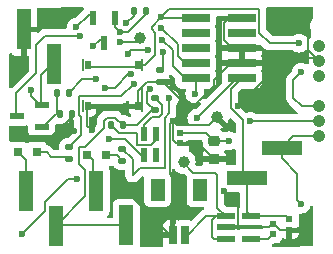
<source format=gtl>
G04 #@! TF.GenerationSoftware,KiCad,Pcbnew,8.0.4+dfsg-1*
G04 #@! TF.CreationDate,2025-01-09T13:17:03-05:00*
G04 #@! TF.ProjectId,tag,7461672e-6b69-4636-9164-5f7063625858,1*
G04 #@! TF.SameCoordinates,Original*
G04 #@! TF.FileFunction,Copper,L1,Top*
G04 #@! TF.FilePolarity,Positive*
%FSLAX46Y46*%
G04 Gerber Fmt 4.6, Leading zero omitted, Abs format (unit mm)*
G04 Created by KiCad (PCBNEW 8.0.4+dfsg-1) date 2025-01-09 13:17:03*
%MOMM*%
%LPD*%
G01*
G04 APERTURE LIST*
G04 Aperture macros list*
%AMRoundRect*
0 Rectangle with rounded corners*
0 $1 Rounding radius*
0 $2 $3 $4 $5 $6 $7 $8 $9 X,Y pos of 4 corners*
0 Add a 4 corners polygon primitive as box body*
4,1,4,$2,$3,$4,$5,$6,$7,$8,$9,$2,$3,0*
0 Add four circle primitives for the rounded corners*
1,1,$1+$1,$2,$3*
1,1,$1+$1,$4,$5*
1,1,$1+$1,$6,$7*
1,1,$1+$1,$8,$9*
0 Add four rect primitives between the rounded corners*
20,1,$1+$1,$2,$3,$4,$5,0*
20,1,$1+$1,$4,$5,$6,$7,0*
20,1,$1+$1,$6,$7,$8,$9,0*
20,1,$1+$1,$8,$9,$2,$3,0*%
G04 Aperture macros list end*
G04 #@! TA.AperFunction,SMDPad,CuDef*
%ADD10C,1.000000*%
G04 #@! TD*
G04 #@! TA.AperFunction,SMDPad,CuDef*
%ADD11R,0.600000X0.540000*%
G04 #@! TD*
G04 #@! TA.AperFunction,SMDPad,CuDef*
%ADD12RoundRect,0.135000X0.135000X0.185000X-0.135000X0.185000X-0.135000X-0.185000X0.135000X-0.185000X0*%
G04 #@! TD*
G04 #@! TA.AperFunction,SMDPad,CuDef*
%ADD13R,0.660400X1.549400*%
G04 #@! TD*
G04 #@! TA.AperFunction,SMDPad,CuDef*
%ADD14R,1.295400X1.905000*%
G04 #@! TD*
G04 #@! TA.AperFunction,SMDPad,CuDef*
%ADD15RoundRect,0.135000X-0.135000X-0.185000X0.135000X-0.185000X0.135000X0.185000X-0.135000X0.185000X0*%
G04 #@! TD*
G04 #@! TA.AperFunction,SMDPad,CuDef*
%ADD16R,2.400000X0.740000*%
G04 #@! TD*
G04 #@! TA.AperFunction,SMDPad,CuDef*
%ADD17R,1.270000X3.430000*%
G04 #@! TD*
G04 #@! TA.AperFunction,CastellatedPad*
%ADD18C,1.064000*%
G04 #@! TD*
G04 #@! TA.AperFunction,SMDPad,CuDef*
%ADD19R,0.600000X1.300000*%
G04 #@! TD*
G04 #@! TA.AperFunction,SMDPad,CuDef*
%ADD20R,3.430000X1.270000*%
G04 #@! TD*
G04 #@! TA.AperFunction,SMDPad,CuDef*
%ADD21R,0.600000X1.200000*%
G04 #@! TD*
G04 #@! TA.AperFunction,SMDPad,CuDef*
%ADD22R,0.800000X0.800000*%
G04 #@! TD*
G04 #@! TA.AperFunction,SMDPad,CuDef*
%ADD23RoundRect,0.135000X0.185000X-0.135000X0.185000X0.135000X-0.185000X0.135000X-0.185000X-0.135000X0*%
G04 #@! TD*
G04 #@! TA.AperFunction,SMDPad,CuDef*
%ADD24RoundRect,0.135000X-0.185000X0.135000X-0.185000X-0.135000X0.185000X-0.135000X0.185000X0.135000X0*%
G04 #@! TD*
G04 #@! TA.AperFunction,SMDPad,CuDef*
%ADD25R,0.200000X1.100000*%
G04 #@! TD*
G04 #@! TA.AperFunction,SMDPad,CuDef*
%ADD26R,0.500000X0.700000*%
G04 #@! TD*
G04 #@! TA.AperFunction,SMDPad,CuDef*
%ADD27RoundRect,0.225000X-0.250000X0.225000X-0.250000X-0.225000X0.250000X-0.225000X0.250000X0.225000X0*%
G04 #@! TD*
G04 #@! TA.AperFunction,SMDPad,CuDef*
%ADD28R,1.300000X0.600000*%
G04 #@! TD*
G04 #@! TA.AperFunction,SMDPad,CuDef*
%ADD29R,1.574800X0.558800*%
G04 #@! TD*
G04 #@! TA.AperFunction,ViaPad*
%ADD30C,0.600000*%
G04 #@! TD*
G04 #@! TA.AperFunction,Conductor*
%ADD31C,0.200000*%
G04 #@! TD*
G04 APERTURE END LIST*
D10*
X75210000Y-36020000D03*
D11*
X72060000Y-37378000D03*
X72060000Y-38242000D03*
D12*
X62630000Y-34000000D03*
X61610000Y-34000000D03*
D13*
X72460000Y-46045001D03*
X71460002Y-46045001D03*
D14*
X70160002Y-42170000D03*
X73760000Y-42170000D03*
D15*
X61860000Y-35780000D03*
X62880000Y-35780000D03*
D16*
X77280000Y-32740000D03*
X73380000Y-32740000D03*
X77280000Y-31470000D03*
X73380000Y-31470000D03*
X77280000Y-30200000D03*
X73380000Y-30200000D03*
X77280000Y-28930000D03*
X73380000Y-28930000D03*
X77280000Y-27660000D03*
X73380000Y-27660000D03*
D17*
X64960000Y-42270000D03*
X67500000Y-45190000D03*
D18*
X83840000Y-37670000D03*
X83840000Y-36400000D03*
X83840000Y-35130000D03*
X83840000Y-32590000D03*
X83840000Y-31320000D03*
X83840000Y-30050000D03*
D19*
X66600000Y-27660000D03*
X64700000Y-27660000D03*
X65650000Y-29760000D03*
D11*
X81310000Y-45552000D03*
X81310000Y-44688000D03*
D20*
X77750000Y-41210000D03*
X80670000Y-38670000D03*
D21*
X69995000Y-39260000D03*
X69995000Y-37460000D03*
X69045000Y-37460000D03*
X69045000Y-39260000D03*
D22*
X65780000Y-39260000D03*
X64180000Y-39260000D03*
D15*
X68170000Y-27080000D03*
X69190000Y-27080000D03*
D23*
X62650000Y-39600000D03*
X62650000Y-38580000D03*
D24*
X70380000Y-32040000D03*
X70380000Y-33060000D03*
D22*
X59920000Y-39000000D03*
X58320000Y-39000000D03*
D25*
X63890000Y-31630000D03*
D26*
X64240000Y-31630000D03*
X68490000Y-31630000D03*
D25*
X68840000Y-31630000D03*
X63890000Y-35130000D03*
D26*
X64240000Y-35130000D03*
X68490000Y-35130000D03*
D25*
X68840000Y-35130000D03*
D10*
X68680000Y-29310000D03*
X72380000Y-39820000D03*
D12*
X67200000Y-36710000D03*
X66180000Y-36710000D03*
D23*
X69920000Y-35430000D03*
X69920000Y-34410000D03*
D17*
X58840000Y-28610000D03*
X61380000Y-31530000D03*
X61530000Y-45210000D03*
X58990000Y-42290000D03*
D27*
X74950000Y-38045000D03*
X74950000Y-39595000D03*
D28*
X60360000Y-36900000D03*
X60360000Y-35000000D03*
X58260000Y-35950000D03*
D23*
X67150000Y-39710000D03*
X67150000Y-38690000D03*
D29*
X75915600Y-44410000D03*
X75915600Y-45360001D03*
X75915600Y-46310002D03*
X78100000Y-46310002D03*
X78100000Y-44410000D03*
D11*
X79900000Y-45940000D03*
X79900000Y-45076000D03*
D30*
X82720000Y-27170000D03*
X64580000Y-37140000D03*
X63100000Y-37170000D03*
X57920000Y-37370000D03*
X67330000Y-41450000D03*
X77010000Y-35050000D03*
X58840000Y-28470000D03*
X71440000Y-36370000D03*
X75814440Y-42293726D03*
X70480000Y-28460000D03*
X78010000Y-36380000D03*
X70570000Y-29460000D03*
X73320000Y-34040000D03*
X70460000Y-27590000D03*
X82320000Y-32230000D03*
X82150000Y-29770000D03*
X64910000Y-32840000D03*
X65750000Y-33560000D03*
X67530000Y-28100000D03*
X67878527Y-32390000D03*
X67650000Y-30650000D03*
X68140000Y-33230000D03*
X69370000Y-30370000D03*
X71150000Y-34440000D03*
X73500000Y-36110000D03*
X66990000Y-29660000D03*
X69490000Y-33660000D03*
X63620000Y-29150000D03*
X66080000Y-37860000D03*
X64710000Y-30040000D03*
X69995000Y-39260000D03*
X63268357Y-28431425D03*
X58680000Y-45900000D03*
X59420000Y-33770000D03*
X63330000Y-41240000D03*
X66990000Y-28830000D03*
X70650000Y-30550000D03*
X82300000Y-43390000D03*
X76200000Y-38045000D03*
D31*
X68475000Y-35290000D02*
X64225000Y-35290000D01*
X75780000Y-28090000D02*
X76210000Y-27660000D01*
X82880000Y-30360000D02*
X83840000Y-31320000D01*
X71460001Y-46236401D02*
X71460001Y-45261701D01*
X83210000Y-27240000D02*
X83210000Y-27635913D01*
X57920000Y-37370000D02*
X58180000Y-37630000D01*
X79615999Y-45360001D02*
X79900000Y-45076000D01*
X77280000Y-31470000D02*
X77280000Y-30200000D01*
X71460001Y-41120001D02*
X71200000Y-40860000D01*
X72320000Y-34780000D02*
X72320000Y-34761471D01*
X68490000Y-33811471D02*
X68490000Y-35130000D01*
X68840000Y-35130000D02*
X68490000Y-35130000D01*
X72060000Y-38242000D02*
X73597000Y-38242000D01*
X75814440Y-42293726D02*
X77003000Y-43482286D01*
X71440000Y-36370000D02*
X71920000Y-36370000D01*
X82880000Y-27965913D02*
X82880000Y-30360000D01*
X70618529Y-33060000D02*
X69241471Y-33060000D01*
X72320000Y-35490000D02*
X71440000Y-36370000D01*
X75915600Y-45360001D02*
X76903000Y-45360001D01*
X77003000Y-45260001D02*
X76903000Y-45360001D01*
X75210000Y-36020000D02*
X74520000Y-36710000D01*
X71780000Y-36710000D02*
X71440000Y-36370000D01*
X74920000Y-32930000D02*
X76380000Y-31470000D01*
X75915600Y-45360001D02*
X79615999Y-45360001D01*
X71920000Y-36370000D02*
X74920000Y-33370000D01*
X76210000Y-27660000D02*
X77280000Y-27660000D01*
X77003000Y-43482286D02*
X77003000Y-45260001D01*
X58980000Y-28330000D02*
X58840000Y-28470000D01*
X76380000Y-31470000D02*
X77280000Y-31470000D01*
X69241471Y-33060000D02*
X68490000Y-33811471D01*
X77280000Y-30200000D02*
X76450000Y-30200000D01*
X80056000Y-45076000D02*
X80532000Y-45552000D01*
X73597000Y-38242000D02*
X74950000Y-39595000D01*
X83840000Y-31320000D02*
X83580000Y-31060000D01*
X67330000Y-41450000D02*
X67330000Y-42106400D01*
X80532000Y-45552000D02*
X81310000Y-45552000D01*
X71200000Y-40860000D02*
X71200000Y-36610000D01*
X72060000Y-38242000D02*
X71754000Y-38242000D01*
X74520000Y-36710000D02*
X71780000Y-36710000D01*
X71754000Y-38242000D02*
X71440000Y-37928000D01*
X82720000Y-27170000D02*
X83140000Y-27170000D01*
X67330000Y-42106400D02*
X71460001Y-46236401D01*
X83580000Y-31060000D02*
X81000000Y-31060000D01*
X71200000Y-36610000D02*
X71440000Y-36370000D01*
X71440000Y-37928000D02*
X71440000Y-36370000D01*
X72320000Y-34761471D02*
X70618529Y-33060000D01*
X68840000Y-35130000D02*
X68840000Y-33461471D01*
X62880000Y-35980000D02*
X62880000Y-36950000D01*
X74920000Y-33370000D02*
X74920000Y-32930000D01*
X61230000Y-37630000D02*
X62880000Y-35980000D01*
X68840000Y-33461471D02*
X69241471Y-33060000D01*
X64225000Y-35290000D02*
X64225000Y-36785000D01*
X83140000Y-27170000D02*
X83210000Y-27240000D01*
X79900000Y-45076000D02*
X80056000Y-45076000D01*
X64225000Y-36785000D02*
X64580000Y-37140000D01*
X76450000Y-30200000D02*
X75780000Y-29530000D01*
X83210000Y-27635913D02*
X82880000Y-27965913D01*
X71460001Y-46236401D02*
X71460001Y-41120001D01*
X72320000Y-34780000D02*
X72320000Y-35490000D01*
X81000000Y-31060000D02*
X77010000Y-35050000D01*
X62880000Y-36950000D02*
X63100000Y-37170000D01*
X70380000Y-33060000D02*
X69241471Y-33060000D01*
X75780000Y-29530000D02*
X75780000Y-28090000D01*
X58180000Y-37630000D02*
X61230000Y-37630000D01*
X71880000Y-30870000D02*
X72480000Y-31470000D01*
X71880000Y-29860000D02*
X71880000Y-30870000D01*
X72480000Y-31470000D02*
X73380000Y-31470000D01*
X70480000Y-28460000D02*
X71880000Y-29860000D01*
X70570000Y-29460000D02*
X71480000Y-30370000D01*
X72480000Y-32740000D02*
X73380000Y-32740000D01*
X71480000Y-31740000D02*
X72480000Y-32740000D01*
X78010000Y-36380000D02*
X78030000Y-36400000D01*
X71480000Y-30370000D02*
X71480000Y-31740000D01*
X73320000Y-34040000D02*
X73380000Y-33980000D01*
X73380000Y-33980000D02*
X73380000Y-32740000D01*
X78030000Y-36400000D02*
X83840000Y-36400000D01*
X71160000Y-26890000D02*
X78680000Y-26890000D01*
X69690000Y-28610000D02*
X69970000Y-28890000D01*
X69085000Y-31630000D02*
X68490000Y-31630000D01*
X81669439Y-34409439D02*
X82390000Y-35130000D01*
X64225000Y-31790000D02*
X68825000Y-31790000D01*
X78780000Y-28900000D02*
X79650000Y-29770000D01*
X69970000Y-28890000D02*
X69970000Y-30745000D01*
X69690000Y-28360000D02*
X69690000Y-28610000D01*
X81669439Y-32880561D02*
X81669439Y-34409439D01*
X70460000Y-27590000D02*
X69690000Y-28360000D01*
X70460000Y-27590000D02*
X70530000Y-27660000D01*
X79650000Y-29770000D02*
X82150000Y-29770000D01*
X82320000Y-32230000D02*
X81669439Y-32880561D01*
X69970000Y-30745000D02*
X69085000Y-31630000D01*
X78780000Y-26990000D02*
X78780000Y-28900000D01*
X70460000Y-27590000D02*
X71160000Y-26890000D01*
X70530000Y-27660000D02*
X73380000Y-27660000D01*
X82390000Y-35130000D02*
X83840000Y-35130000D01*
X78680000Y-26890000D02*
X78780000Y-26990000D01*
X62630000Y-34000000D02*
X63790000Y-32840000D01*
X63790000Y-32840000D02*
X64910000Y-32840000D01*
X67878527Y-32390000D02*
X67808527Y-32320000D01*
X68170000Y-27460000D02*
X67530000Y-28100000D01*
X67760000Y-32320000D02*
X66520000Y-33560000D01*
X66520000Y-33560000D02*
X65750000Y-33560000D01*
X68170000Y-27080000D02*
X68170000Y-27460000D01*
X67808527Y-32320000D02*
X67760000Y-32320000D01*
X63490000Y-34280000D02*
X67090000Y-34280000D01*
X63490000Y-35820000D02*
X63490000Y-34280000D01*
X69370000Y-30370000D02*
X67930000Y-30370000D01*
X63720000Y-37510000D02*
X63720000Y-36050000D01*
X63720000Y-36050000D02*
X63490000Y-35820000D01*
X67930000Y-30370000D02*
X67650000Y-30650000D01*
X62650000Y-38580000D02*
X63720000Y-37510000D01*
X67090000Y-34280000D02*
X68140000Y-33230000D01*
X70800000Y-40350000D02*
X68650000Y-40350000D01*
X68040000Y-39580000D02*
X67150000Y-38690000D01*
X68040000Y-40960000D02*
X68040000Y-39580000D01*
X71150000Y-35723536D02*
X70800000Y-36073536D01*
X71150000Y-34440000D02*
X71150000Y-35723536D01*
X68650000Y-40350000D02*
X68040000Y-40960000D01*
X70800000Y-36073536D02*
X70800000Y-40350000D01*
X69709314Y-35430000D02*
X69920000Y-35430000D01*
X68330000Y-29660000D02*
X68680000Y-29310000D01*
X76870000Y-32740000D02*
X73500000Y-36110000D01*
X68429314Y-36710000D02*
X69709314Y-35430000D01*
X64025000Y-42715000D02*
X64025000Y-40505000D01*
X65610000Y-36341076D02*
X65861076Y-36090000D01*
X65610000Y-36958529D02*
X65610000Y-36341076D01*
X77750000Y-44060000D02*
X78100000Y-44410000D01*
X69300000Y-33850000D02*
X69300000Y-34810000D01*
X78100000Y-44410000D02*
X81032000Y-44410000D01*
X77750000Y-41210000D02*
X77750000Y-44060000D01*
X67500000Y-45190000D02*
X61550000Y-45190000D01*
X66990000Y-29660000D02*
X68330000Y-29660000D01*
X65861076Y-36090000D02*
X66580000Y-36090000D01*
X77280000Y-32740000D02*
X76410000Y-33610000D01*
X76410000Y-35298529D02*
X77400000Y-36288529D01*
X64025000Y-40505000D02*
X63480000Y-39960000D01*
X77280000Y-32740000D02*
X76870000Y-32740000D01*
X61550000Y-45190000D02*
X61530000Y-45210000D01*
X69300000Y-34810000D02*
X69920000Y-35430000D01*
X81032000Y-44410000D02*
X81310000Y-44688000D01*
X63480000Y-38560000D02*
X64008529Y-38560000D01*
X69490000Y-33660000D02*
X69300000Y-33850000D01*
X66580000Y-36090000D02*
X67200000Y-36710000D01*
X67200000Y-36710000D02*
X68429314Y-36710000D01*
X77400000Y-36288529D02*
X77400000Y-40860000D01*
X77400000Y-40860000D02*
X77750000Y-41210000D01*
X64008529Y-38560000D02*
X65610000Y-36958529D01*
X76410000Y-33610000D02*
X76410000Y-35298529D01*
X63480000Y-39960000D02*
X63480000Y-38560000D01*
X61530000Y-45210000D02*
X64025000Y-42715000D01*
X78100000Y-46310002D02*
X79529998Y-46310002D01*
X79529998Y-46310002D02*
X79900000Y-45940000D01*
X69995000Y-38010000D02*
X69645000Y-38360000D01*
X69645000Y-38360000D02*
X68445000Y-38360000D01*
X68445000Y-37400000D02*
X66870000Y-37400000D01*
X66870000Y-37400000D02*
X66180000Y-36710000D01*
X68445000Y-38360000D02*
X68445000Y-37400000D01*
X69995000Y-37460000D02*
X69995000Y-38010000D01*
X60670000Y-29150000D02*
X63620000Y-29150000D01*
X59880000Y-29940000D02*
X60670000Y-29150000D01*
X58180000Y-36080000D02*
X58180000Y-34024315D01*
X59880000Y-32324315D02*
X59880000Y-29940000D01*
X58180000Y-34024315D02*
X59880000Y-32324315D01*
X66080000Y-37860000D02*
X67379315Y-37860000D01*
X67379315Y-37860000D02*
X68779315Y-39260000D01*
X68779315Y-39260000D02*
X69045000Y-39260000D01*
X69045000Y-37460000D02*
X69045000Y-36660000D01*
X70540000Y-35767851D02*
X70540000Y-35030000D01*
X70540000Y-35030000D02*
X69920000Y-34410000D01*
X70307851Y-36000000D02*
X70540000Y-35767851D01*
X69045000Y-36660000D02*
X69705000Y-36000000D01*
X69705000Y-36000000D02*
X70307851Y-36000000D01*
X64710000Y-30040000D02*
X65280000Y-29470000D01*
X65280000Y-29470000D02*
X65580000Y-29470000D01*
X64960000Y-42270000D02*
X64660000Y-41970000D01*
X64660000Y-41970000D02*
X64660000Y-39650000D01*
X64180000Y-39260000D02*
X64270000Y-39260000D01*
X64270000Y-39260000D02*
X64660000Y-39650000D01*
X65780000Y-39260000D02*
X66700000Y-39260000D01*
X66700000Y-39260000D02*
X67150000Y-39710000D01*
X58320000Y-39000000D02*
X58990000Y-39670000D01*
X58990000Y-39670000D02*
X58990000Y-42290000D01*
X61180000Y-39410000D02*
X62460000Y-39410000D01*
X59920000Y-39000000D02*
X60770000Y-39000000D01*
X60770000Y-39000000D02*
X61180000Y-39410000D01*
X72459999Y-46236401D02*
X74286400Y-44410000D01*
X75915600Y-46310002D02*
X74928200Y-46310002D01*
X75214440Y-43708840D02*
X75915600Y-44410000D01*
X72410000Y-39950000D02*
X73190000Y-40730000D01*
X75214440Y-42045197D02*
X75214440Y-43708840D01*
X74760000Y-44740000D02*
X75090000Y-44410000D01*
X74286400Y-44410000D02*
X75915600Y-44410000D01*
X75230000Y-42029637D02*
X75214440Y-42045197D01*
X74928200Y-46310002D02*
X74760000Y-46141802D01*
X73190000Y-40730000D02*
X75030000Y-40730000D01*
X75230000Y-40930000D02*
X75230000Y-42029637D01*
X74760000Y-46141802D02*
X74760000Y-44740000D01*
X75030000Y-40730000D02*
X75230000Y-40930000D01*
X75090000Y-44410000D02*
X75915600Y-44410000D01*
X64329782Y-27370000D02*
X64630000Y-27370000D01*
X59420000Y-33770000D02*
X59420000Y-34270000D01*
X60595000Y-43985000D02*
X58680000Y-45900000D01*
X63268357Y-28431425D02*
X64329782Y-27370000D01*
X60595000Y-43195000D02*
X60595000Y-43985000D01*
X62550000Y-41240000D02*
X60595000Y-43195000D01*
X61380000Y-31390000D02*
X60280000Y-32490000D01*
X60280000Y-32490000D02*
X60280000Y-35130000D01*
X63330000Y-41240000D02*
X62550000Y-41240000D01*
X59420000Y-34270000D02*
X60280000Y-35130000D01*
X66990000Y-28830000D02*
X67660000Y-28830000D01*
X66530000Y-28370000D02*
X66990000Y-28830000D01*
X70650000Y-31770000D02*
X70380000Y-32040000D01*
X70650000Y-30550000D02*
X70650000Y-31770000D01*
X66530000Y-27370000D02*
X66530000Y-28370000D01*
X69190000Y-27300000D02*
X69190000Y-27080000D01*
X67660000Y-28830000D02*
X69190000Y-27300000D01*
X61660000Y-35780000D02*
X61530000Y-35780000D01*
X61610000Y-35730000D02*
X61660000Y-35780000D01*
X61530000Y-35780000D02*
X60280000Y-37030000D01*
X61610000Y-34000000D02*
X61610000Y-35730000D01*
X74283000Y-37378000D02*
X74950000Y-38045000D01*
X82300000Y-43390000D02*
X81975007Y-43065007D01*
X74950000Y-38045000D02*
X76200000Y-38045000D01*
X81975007Y-40810007D02*
X80670000Y-39505000D01*
X80670000Y-39505000D02*
X80670000Y-38670000D01*
X81975007Y-43065007D02*
X81975007Y-40810007D01*
X72060000Y-37378000D02*
X74283000Y-37378000D01*
X83840000Y-37670000D02*
X81670000Y-37670000D01*
X81670000Y-37670000D02*
X80670000Y-38670000D01*
G04 #@! TA.AperFunction,Conductor*
G36*
X66421204Y-40181575D02*
G01*
X66440259Y-40206139D01*
X66458860Y-40237592D01*
X66458869Y-40237603D01*
X66572396Y-40351130D01*
X66572400Y-40351133D01*
X66572402Y-40351135D01*
X66710607Y-40432869D01*
X66745433Y-40442987D01*
X66864791Y-40477664D01*
X66864794Y-40477664D01*
X66864796Y-40477665D01*
X66900819Y-40480500D01*
X67315500Y-40480499D01*
X67382539Y-40500183D01*
X67428294Y-40552987D01*
X67439500Y-40604499D01*
X67439500Y-40873330D01*
X67439499Y-40873348D01*
X67439499Y-41039054D01*
X67439498Y-41039054D01*
X67439499Y-41039057D01*
X67480423Y-41191785D01*
X67508260Y-41240000D01*
X67508260Y-41240001D01*
X67559475Y-41328709D01*
X67559478Y-41328713D01*
X67559480Y-41328716D01*
X67671284Y-41440520D01*
X67749400Y-41485620D01*
X67808215Y-41519577D01*
X67960943Y-41560501D01*
X67960946Y-41560501D01*
X68119054Y-41560501D01*
X68119057Y-41560501D01*
X68271785Y-41519577D01*
X68330600Y-41485620D01*
X68408716Y-41440520D01*
X68520520Y-41328716D01*
X68520520Y-41328714D01*
X68530724Y-41318511D01*
X68530727Y-41318506D01*
X68803278Y-41045955D01*
X68864598Y-41012473D01*
X68934290Y-41017457D01*
X68990223Y-41059329D01*
X69014640Y-41124793D01*
X69014246Y-41146890D01*
X69011802Y-41169624D01*
X69011802Y-43170370D01*
X69011803Y-43170376D01*
X69018210Y-43229983D01*
X69068504Y-43364828D01*
X69068508Y-43364835D01*
X69154754Y-43480044D01*
X69154757Y-43480047D01*
X69269966Y-43566293D01*
X69269973Y-43566297D01*
X69404819Y-43616591D01*
X69404818Y-43616591D01*
X69411746Y-43617335D01*
X69464429Y-43623000D01*
X70855574Y-43622999D01*
X70915185Y-43616591D01*
X71050033Y-43566296D01*
X71165248Y-43480046D01*
X71251498Y-43364831D01*
X71301793Y-43229983D01*
X71308202Y-43170373D01*
X71308201Y-41169628D01*
X71301793Y-41110017D01*
X71301770Y-41109956D01*
X71251499Y-40975171D01*
X71251498Y-40975169D01*
X71218522Y-40931119D01*
X71194105Y-40865655D01*
X71208956Y-40797382D01*
X71230106Y-40769129D01*
X71280520Y-40718716D01*
X71359577Y-40581784D01*
X71383567Y-40492251D01*
X71419929Y-40432594D01*
X71482776Y-40402064D01*
X71552151Y-40410358D01*
X71599193Y-40445682D01*
X71669116Y-40530883D01*
X71821460Y-40655909D01*
X71821467Y-40655913D01*
X71995266Y-40748811D01*
X71995269Y-40748811D01*
X71995273Y-40748814D01*
X72183868Y-40806024D01*
X72380000Y-40825341D01*
X72380000Y-40825340D01*
X72380001Y-40825341D01*
X72384744Y-40825341D01*
X72451783Y-40845026D01*
X72472419Y-40861655D01*
X72589724Y-40978960D01*
X72623208Y-41040282D01*
X72618785Y-41102179D01*
X72619993Y-41102465D01*
X72618232Y-41109914D01*
X72618230Y-41109956D01*
X72618211Y-41110006D01*
X72618208Y-41110016D01*
X72611801Y-41169616D01*
X72611801Y-41169624D01*
X72611800Y-41169635D01*
X72611800Y-43170370D01*
X72611801Y-43170376D01*
X72618208Y-43229983D01*
X72668502Y-43364828D01*
X72668506Y-43364835D01*
X72754752Y-43480044D01*
X72754755Y-43480047D01*
X72869964Y-43566293D01*
X72869971Y-43566297D01*
X73004817Y-43616591D01*
X73004816Y-43616591D01*
X73011744Y-43617335D01*
X73064427Y-43623000D01*
X73985750Y-43622999D01*
X74052788Y-43642683D01*
X74098543Y-43695487D01*
X74108487Y-43764646D01*
X74079462Y-43828202D01*
X74047751Y-43854385D01*
X74015899Y-43872776D01*
X74004495Y-43879360D01*
X73982148Y-43892262D01*
X73917685Y-43929479D01*
X73917682Y-43929481D01*
X73805878Y-44041286D01*
X73080233Y-44766930D01*
X73018910Y-44800415D01*
X72949220Y-44795431D01*
X72897688Y-44776211D01*
X72897684Y-44776210D01*
X72897683Y-44776210D01*
X72838073Y-44769801D01*
X72838063Y-44769801D01*
X72081929Y-44769801D01*
X72081923Y-44769802D01*
X72022315Y-44776210D01*
X72022314Y-44776210D01*
X72002615Y-44783557D01*
X71932923Y-44788539D01*
X71915955Y-44783557D01*
X71897575Y-44776702D01*
X71897577Y-44776702D01*
X71838046Y-44770301D01*
X71710002Y-44770301D01*
X71710002Y-44954641D01*
X71690317Y-45021680D01*
X71686202Y-45027606D01*
X71686002Y-45027973D01*
X71635708Y-45162818D01*
X71630321Y-45212929D01*
X71629300Y-45222428D01*
X71629300Y-45992333D01*
X71629301Y-46171001D01*
X71609617Y-46238040D01*
X71556813Y-46283795D01*
X71505301Y-46295001D01*
X70629802Y-46295001D01*
X70629802Y-46867542D01*
X70630040Y-46869750D01*
X70629948Y-46870258D01*
X70629980Y-46870854D01*
X70629839Y-46870861D01*
X70617631Y-46938509D01*
X70570019Y-46989645D01*
X70506750Y-47007000D01*
X68759500Y-47007000D01*
X68692461Y-46987315D01*
X68646706Y-46934511D01*
X68635500Y-46883000D01*
X68635500Y-45222456D01*
X70629802Y-45222456D01*
X70629802Y-45795001D01*
X71210002Y-45795001D01*
X71210002Y-44770301D01*
X71081957Y-44770301D01*
X71022429Y-44776702D01*
X71022422Y-44776704D01*
X70887715Y-44826946D01*
X70887708Y-44826950D01*
X70772614Y-44913110D01*
X70772611Y-44913113D01*
X70686451Y-45028207D01*
X70686447Y-45028214D01*
X70636205Y-45162921D01*
X70636203Y-45162928D01*
X70629802Y-45222456D01*
X68635500Y-45222456D01*
X68635499Y-43427129D01*
X68635498Y-43427123D01*
X68635497Y-43427116D01*
X68629091Y-43367517D01*
X68628089Y-43364831D01*
X68578797Y-43232671D01*
X68578793Y-43232664D01*
X68492547Y-43117455D01*
X68492544Y-43117452D01*
X68377335Y-43031206D01*
X68377328Y-43031202D01*
X68242482Y-42980908D01*
X68242483Y-42980908D01*
X68182883Y-42974501D01*
X68182881Y-42974500D01*
X68182873Y-42974500D01*
X68182864Y-42974500D01*
X66817129Y-42974500D01*
X66817123Y-42974501D01*
X66757516Y-42980908D01*
X66622671Y-43031202D01*
X66622664Y-43031206D01*
X66507455Y-43117452D01*
X66507452Y-43117455D01*
X66421206Y-43232664D01*
X66421202Y-43232671D01*
X66370908Y-43367517D01*
X66365072Y-43421807D01*
X66364501Y-43427123D01*
X66364500Y-43427135D01*
X66364500Y-44465500D01*
X66344815Y-44532539D01*
X66292011Y-44578294D01*
X66240500Y-44589500D01*
X65995215Y-44589500D01*
X65928176Y-44569815D01*
X65882421Y-44517011D01*
X65872477Y-44447853D01*
X65901502Y-44384297D01*
X65920903Y-44366234D01*
X65925832Y-44362544D01*
X65952546Y-44342546D01*
X66038796Y-44227331D01*
X66089091Y-44092483D01*
X66095500Y-44032873D01*
X66095499Y-40507128D01*
X66089091Y-40447517D01*
X66088407Y-40445682D01*
X66044452Y-40327832D01*
X66039468Y-40258140D01*
X66072953Y-40196817D01*
X66134277Y-40163333D01*
X66160634Y-40160499D01*
X66227871Y-40160499D01*
X66227872Y-40160499D01*
X66287483Y-40154091D01*
X66290188Y-40153081D01*
X66292436Y-40152921D01*
X66295031Y-40152308D01*
X66295130Y-40152728D01*
X66359879Y-40148093D01*
X66421204Y-40181575D01*
G37*
G04 #@! TD.AperFunction*
G04 #@! TA.AperFunction,Conductor*
G36*
X83252185Y-43521389D02*
G01*
X83302588Y-43569776D01*
X83318830Y-43625092D01*
X83327923Y-43803309D01*
X83328084Y-43809664D01*
X83327189Y-46859316D01*
X83307485Y-46926350D01*
X83254667Y-46972089D01*
X83204611Y-46983272D01*
X81136294Y-47006992D01*
X81134872Y-47007000D01*
X79981599Y-47007000D01*
X79914560Y-46987315D01*
X79868805Y-46934511D01*
X79858861Y-46865353D01*
X79887886Y-46801797D01*
X79893917Y-46795320D01*
X79942417Y-46746819D01*
X80003740Y-46713333D01*
X80030099Y-46710499D01*
X80247871Y-46710499D01*
X80247872Y-46710499D01*
X80307483Y-46704091D01*
X80442331Y-46653796D01*
X80557546Y-46567546D01*
X80643796Y-46452331D01*
X80676842Y-46363729D01*
X80718713Y-46307797D01*
X80784177Y-46283379D01*
X80836359Y-46290882D01*
X80902619Y-46315596D01*
X80902627Y-46315598D01*
X80962155Y-46321999D01*
X80962172Y-46322000D01*
X81060000Y-46322000D01*
X81560000Y-46322000D01*
X81657828Y-46322000D01*
X81657844Y-46321999D01*
X81717372Y-46315598D01*
X81717379Y-46315596D01*
X81852086Y-46265354D01*
X81852093Y-46265350D01*
X81967187Y-46179190D01*
X81967190Y-46179187D01*
X82053350Y-46064093D01*
X82053354Y-46064086D01*
X82103596Y-45929379D01*
X82103598Y-45929372D01*
X82109999Y-45869844D01*
X82110000Y-45869827D01*
X82110000Y-45802000D01*
X81560000Y-45802000D01*
X81560000Y-46322000D01*
X81060000Y-46322000D01*
X81060000Y-45582499D01*
X81079685Y-45515460D01*
X81132489Y-45469705D01*
X81183996Y-45458499D01*
X81657872Y-45458499D01*
X81717483Y-45452091D01*
X81852331Y-45401796D01*
X81952601Y-45326733D01*
X82018065Y-45302316D01*
X82026912Y-45302000D01*
X82110000Y-45302000D01*
X82110000Y-45234172D01*
X82109999Y-45234155D01*
X82103598Y-45174627D01*
X82099654Y-45164053D01*
X82094667Y-45094361D01*
X82099651Y-45077385D01*
X82104091Y-45065483D01*
X82110500Y-45005873D01*
X82110499Y-44370128D01*
X82105713Y-44325605D01*
X82118118Y-44256846D01*
X82165728Y-44205708D01*
X82233427Y-44188429D01*
X82242886Y-44189130D01*
X82299997Y-44195565D01*
X82300000Y-44195565D01*
X82300004Y-44195565D01*
X82479249Y-44175369D01*
X82479252Y-44175368D01*
X82479255Y-44175368D01*
X82649522Y-44115789D01*
X82802262Y-44019816D01*
X82929816Y-43892262D01*
X83025789Y-43739522D01*
X83077949Y-43590456D01*
X83118671Y-43533681D01*
X83183623Y-43507933D01*
X83252185Y-43521389D01*
G37*
G04 #@! TD.AperFunction*
G04 #@! TA.AperFunction,Conductor*
G36*
X77067231Y-45131537D02*
G01*
X77070271Y-45133197D01*
X77205117Y-45183491D01*
X77205116Y-45183491D01*
X77212044Y-45184235D01*
X77264727Y-45189900D01*
X78935272Y-45189899D01*
X78935274Y-45189898D01*
X78935287Y-45189898D01*
X78962744Y-45186946D01*
X79031504Y-45199351D01*
X79082641Y-45246961D01*
X79100000Y-45310235D01*
X79100000Y-45393836D01*
X79100300Y-45396623D01*
X79087892Y-45465383D01*
X79040280Y-45516519D01*
X78972581Y-45533796D01*
X78963775Y-45533166D01*
X78935273Y-45530102D01*
X78935264Y-45530102D01*
X77264729Y-45530102D01*
X77264723Y-45530103D01*
X77205116Y-45536510D01*
X77070264Y-45586807D01*
X77067223Y-45588468D01*
X77063837Y-45589204D01*
X77061959Y-45589905D01*
X77061858Y-45589634D01*
X76998950Y-45603318D01*
X76948377Y-45588468D01*
X76945335Y-45586807D01*
X76810482Y-45536510D01*
X76810483Y-45536510D01*
X76750883Y-45530103D01*
X76750881Y-45530102D01*
X76750873Y-45530102D01*
X76750865Y-45530102D01*
X75789600Y-45530102D01*
X75722561Y-45510417D01*
X75676806Y-45457613D01*
X75665600Y-45406102D01*
X75665600Y-45313899D01*
X75685285Y-45246860D01*
X75738089Y-45201105D01*
X75789600Y-45189899D01*
X76750871Y-45189899D01*
X76750872Y-45189899D01*
X76810483Y-45183491D01*
X76945331Y-45133196D01*
X76945334Y-45133193D01*
X76948369Y-45131537D01*
X76951755Y-45130800D01*
X76953641Y-45130097D01*
X76953742Y-45130367D01*
X77016641Y-45116683D01*
X77067231Y-45131537D01*
G37*
G04 #@! TD.AperFunction*
G04 #@! TA.AperFunction,Conductor*
G36*
X75987127Y-42345500D02*
G01*
X77025500Y-42345499D01*
X77092539Y-42365183D01*
X77138294Y-42417987D01*
X77149500Y-42469499D01*
X77149500Y-43571158D01*
X77129815Y-43638197D01*
X77077011Y-43683952D01*
X77070712Y-43686561D01*
X77067216Y-43688470D01*
X77063827Y-43689206D01*
X77061961Y-43689903D01*
X77061860Y-43689634D01*
X76998941Y-43703315D01*
X76948377Y-43688466D01*
X76945335Y-43686805D01*
X76810482Y-43636508D01*
X76810483Y-43636508D01*
X76750883Y-43630101D01*
X76750881Y-43630100D01*
X76750873Y-43630100D01*
X76750865Y-43630100D01*
X76036297Y-43630100D01*
X75969258Y-43610415D01*
X75948616Y-43593781D01*
X75851259Y-43496424D01*
X75817774Y-43435101D01*
X75814940Y-43408743D01*
X75814940Y-42465033D01*
X75834625Y-42397994D01*
X75887429Y-42352239D01*
X75952195Y-42341744D01*
X75987127Y-42345500D01*
G37*
G04 #@! TD.AperFunction*
G04 #@! TA.AperFunction,Conductor*
G36*
X73917539Y-37998185D02*
G01*
X73963294Y-38050989D01*
X73974500Y-38102499D01*
X73974500Y-38318336D01*
X73974501Y-38318355D01*
X73984650Y-38417707D01*
X73984651Y-38417710D01*
X74037996Y-38578694D01*
X74038001Y-38578705D01*
X74127029Y-38723040D01*
X74127032Y-38723044D01*
X74136660Y-38732672D01*
X74170145Y-38793995D01*
X74165161Y-38863687D01*
X74136663Y-38908031D01*
X74127428Y-38917265D01*
X74127424Y-38917271D01*
X74038457Y-39061507D01*
X74038452Y-39061518D01*
X73985144Y-39222393D01*
X73975000Y-39321677D01*
X73975000Y-39345000D01*
X75924999Y-39345000D01*
X75924999Y-39321692D01*
X75924998Y-39321677D01*
X75914855Y-39222392D01*
X75861547Y-39061518D01*
X75861545Y-39061513D01*
X75819500Y-38993348D01*
X75801060Y-38925956D01*
X75821982Y-38859292D01*
X75875624Y-38814522D01*
X75944955Y-38805861D01*
X75965995Y-38811210D01*
X76020740Y-38830367D01*
X76020750Y-38830369D01*
X76199996Y-38850565D01*
X76200000Y-38850565D01*
X76200004Y-38850565D01*
X76379249Y-38830369D01*
X76379252Y-38830368D01*
X76379255Y-38830368D01*
X76549522Y-38770789D01*
X76563714Y-38761872D01*
X76578567Y-38752539D01*
X76609527Y-38733084D01*
X76676763Y-38714084D01*
X76743599Y-38734451D01*
X76788813Y-38787718D01*
X76799500Y-38838078D01*
X76799500Y-39950500D01*
X76779815Y-40017539D01*
X76727011Y-40063294D01*
X76675500Y-40074500D01*
X76041249Y-40074500D01*
X75974210Y-40054815D01*
X75928455Y-40002011D01*
X75917891Y-39937897D01*
X75924999Y-39868322D01*
X75925000Y-39868309D01*
X75925000Y-39845000D01*
X73975001Y-39845000D01*
X73975001Y-39868322D01*
X73985144Y-39967611D01*
X73986561Y-39974229D01*
X73985052Y-39974551D01*
X73987178Y-40036322D01*
X73951448Y-40096365D01*
X73888928Y-40127558D01*
X73867070Y-40129500D01*
X73491671Y-40129500D01*
X73424632Y-40109815D01*
X73378877Y-40057011D01*
X73368268Y-39993346D01*
X73385341Y-39820000D01*
X73366024Y-39623868D01*
X73308814Y-39435273D01*
X73308811Y-39435269D01*
X73308811Y-39435266D01*
X73215913Y-39261467D01*
X73215909Y-39261460D01*
X73090883Y-39109116D01*
X72938539Y-38984090D01*
X72938536Y-38984088D01*
X72846364Y-38934821D01*
X72796520Y-38885858D01*
X72781060Y-38817721D01*
X72800957Y-38762884D01*
X72799103Y-38761872D01*
X72803354Y-38754086D01*
X72853596Y-38619379D01*
X72853598Y-38619372D01*
X72859999Y-38559844D01*
X72860000Y-38559827D01*
X72860000Y-38492000D01*
X71934000Y-38492000D01*
X71866961Y-38472315D01*
X71821206Y-38419511D01*
X71810000Y-38368000D01*
X71810000Y-38272499D01*
X71829685Y-38205460D01*
X71882489Y-38159705D01*
X71933996Y-38148499D01*
X72407872Y-38148499D01*
X72467483Y-38142091D01*
X72602331Y-38091796D01*
X72702601Y-38016733D01*
X72768065Y-37992316D01*
X72776912Y-37992000D01*
X72878971Y-37992000D01*
X72898504Y-37981334D01*
X72924862Y-37978500D01*
X73850500Y-37978500D01*
X73917539Y-37998185D01*
G37*
G04 #@! TD.AperFunction*
G04 #@! TA.AperFunction,Conductor*
G36*
X62832539Y-35549685D02*
G01*
X62878294Y-35602489D01*
X62889500Y-35654000D01*
X62889500Y-35733330D01*
X62889499Y-35733348D01*
X62889499Y-35899054D01*
X62889498Y-35899054D01*
X62924502Y-36029688D01*
X62930423Y-36051785D01*
X62938167Y-36065197D01*
X62938169Y-36065206D01*
X62938172Y-36065205D01*
X62992448Y-36159215D01*
X63009479Y-36188714D01*
X63009481Y-36188717D01*
X63083181Y-36262417D01*
X63116666Y-36323740D01*
X63119500Y-36350098D01*
X63119500Y-37209902D01*
X63099815Y-37276941D01*
X63083181Y-37297583D01*
X62607582Y-37773181D01*
X62546259Y-37806666D01*
X62519902Y-37809500D01*
X62400831Y-37809500D01*
X62400807Y-37809501D01*
X62364794Y-37812335D01*
X62210611Y-37857129D01*
X62210606Y-37857131D01*
X62072404Y-37938863D01*
X62072396Y-37938869D01*
X61958869Y-38052396D01*
X61958863Y-38052404D01*
X61877131Y-38190606D01*
X61877129Y-38190611D01*
X61832335Y-38344791D01*
X61832334Y-38344797D01*
X61829500Y-38380811D01*
X61829500Y-38380819D01*
X61829500Y-38578705D01*
X61829501Y-38685500D01*
X61809817Y-38752539D01*
X61757013Y-38798294D01*
X61705501Y-38809500D01*
X61480098Y-38809500D01*
X61413059Y-38789815D01*
X61392417Y-38773181D01*
X61138717Y-38519481D01*
X61138709Y-38519475D01*
X61026055Y-38454435D01*
X61026054Y-38454434D01*
X61008995Y-38444586D01*
X61001785Y-38440423D01*
X60864437Y-38403620D01*
X60849054Y-38399498D01*
X60840997Y-38398438D01*
X60841464Y-38394884D01*
X60790141Y-38379814D01*
X60757914Y-38349811D01*
X60717749Y-38296159D01*
X60677546Y-38242454D01*
X60677544Y-38242453D01*
X60677544Y-38242452D01*
X60562335Y-38156206D01*
X60562328Y-38156202D01*
X60427482Y-38105908D01*
X60427483Y-38105908D01*
X60367883Y-38099501D01*
X60367881Y-38099500D01*
X60367873Y-38099500D01*
X60367864Y-38099500D01*
X59472129Y-38099500D01*
X59472123Y-38099501D01*
X59412516Y-38105908D01*
X59277671Y-38156202D01*
X59277669Y-38156203D01*
X59194311Y-38218606D01*
X59128847Y-38243023D01*
X59060574Y-38228172D01*
X59045689Y-38218606D01*
X59033554Y-38209522D01*
X58962331Y-38156204D01*
X58962330Y-38156203D01*
X58962328Y-38156202D01*
X58827482Y-38105908D01*
X58827483Y-38105908D01*
X58767883Y-38099501D01*
X58767881Y-38099500D01*
X58767873Y-38099500D01*
X58767864Y-38099500D01*
X57872129Y-38099500D01*
X57872123Y-38099501D01*
X57812515Y-38105909D01*
X57766136Y-38123207D01*
X57696445Y-38128191D01*
X57635122Y-38094705D01*
X57601637Y-38033382D01*
X57598804Y-38007112D01*
X57598794Y-37992316D01*
X57598006Y-36874584D01*
X57617643Y-36807533D01*
X57670415Y-36761741D01*
X57722006Y-36750499D01*
X58957871Y-36750499D01*
X58957872Y-36750499D01*
X59017483Y-36744091D01*
X59042165Y-36734884D01*
X59111856Y-36729899D01*
X59173180Y-36763384D01*
X59206666Y-36824706D01*
X59209500Y-36851066D01*
X59209500Y-37247870D01*
X59209501Y-37247876D01*
X59215908Y-37307483D01*
X59266202Y-37442328D01*
X59266206Y-37442335D01*
X59352452Y-37557544D01*
X59352455Y-37557547D01*
X59467664Y-37643793D01*
X59467671Y-37643797D01*
X59602517Y-37694091D01*
X59602516Y-37694091D01*
X59609444Y-37694835D01*
X59662127Y-37700500D01*
X61057872Y-37700499D01*
X61117483Y-37694091D01*
X61252331Y-37643796D01*
X61367546Y-37557546D01*
X61453796Y-37442331D01*
X61504091Y-37307483D01*
X61510500Y-37247873D01*
X61510499Y-36722811D01*
X61530183Y-36655773D01*
X61582987Y-36610018D01*
X61644227Y-36599194D01*
X61660819Y-36600500D01*
X62059180Y-36600499D01*
X62095204Y-36597665D01*
X62249393Y-36552869D01*
X62307369Y-36518581D01*
X62375093Y-36501398D01*
X62433612Y-36518581D01*
X62490805Y-36552404D01*
X62630000Y-36592844D01*
X62630000Y-36040408D01*
X62630382Y-36030679D01*
X62630460Y-36029688D01*
X62630500Y-36029181D01*
X62630499Y-35653999D01*
X62650183Y-35586961D01*
X62702987Y-35541206D01*
X62754499Y-35530000D01*
X62765500Y-35530000D01*
X62832539Y-35549685D01*
G37*
G04 #@! TD.AperFunction*
G04 #@! TA.AperFunction,Conductor*
G36*
X75253334Y-35725627D02*
G01*
X75297681Y-35754128D01*
X76072076Y-36528523D01*
X76138348Y-36404537D01*
X76195531Y-36216030D01*
X76196720Y-36210058D01*
X76198858Y-36210483D01*
X76221312Y-36154811D01*
X76278329Y-36114429D01*
X76348128Y-36111283D01*
X76406267Y-36144031D01*
X76763181Y-36500945D01*
X76796666Y-36562268D01*
X76799500Y-36588626D01*
X76799500Y-37251921D01*
X76779815Y-37318960D01*
X76727011Y-37364715D01*
X76657853Y-37374659D01*
X76609528Y-37356915D01*
X76549523Y-37319211D01*
X76379254Y-37259631D01*
X76379249Y-37259630D01*
X76200004Y-37239435D01*
X76199996Y-37239435D01*
X76020750Y-37259630D01*
X76020737Y-37259633D01*
X75850479Y-37319209D01*
X75845200Y-37321752D01*
X75776258Y-37333101D01*
X75712125Y-37305375D01*
X75703724Y-37297711D01*
X75653044Y-37247032D01*
X75653040Y-37247029D01*
X75543215Y-37179288D01*
X75496490Y-37127341D01*
X75485269Y-37058378D01*
X75513112Y-36994296D01*
X75571181Y-36955440D01*
X75572318Y-36955089D01*
X75594536Y-36948349D01*
X75718523Y-36882076D01*
X74944128Y-36107681D01*
X74910643Y-36046358D01*
X74915627Y-35976666D01*
X74944128Y-35932319D01*
X75122319Y-35754128D01*
X75183642Y-35720643D01*
X75253334Y-35725627D01*
G37*
G04 #@! TD.AperFunction*
G04 #@! TA.AperFunction,Conductor*
G36*
X67659334Y-34662416D02*
G01*
X67715267Y-34704288D01*
X67739684Y-34769752D01*
X67740000Y-34778598D01*
X67740000Y-34880000D01*
X68601924Y-34880000D01*
X68668963Y-34899685D01*
X68714718Y-34952489D01*
X68721697Y-34971902D01*
X68735232Y-35022412D01*
X68735775Y-35024438D01*
X68740000Y-35056532D01*
X68740000Y-35256000D01*
X68720315Y-35323039D01*
X68667511Y-35368794D01*
X68616000Y-35380000D01*
X67740000Y-35380000D01*
X67740000Y-35527844D01*
X67746401Y-35587372D01*
X67746403Y-35587379D01*
X67796645Y-35722086D01*
X67796647Y-35722089D01*
X67877961Y-35830709D01*
X67902379Y-35896173D01*
X67887528Y-35964446D01*
X67838123Y-36013852D01*
X67769851Y-36028705D01*
X67715575Y-36011754D01*
X67589391Y-35937130D01*
X67589388Y-35937129D01*
X67435208Y-35892335D01*
X67435202Y-35892334D01*
X67399188Y-35889500D01*
X67399181Y-35889500D01*
X67280097Y-35889500D01*
X67213058Y-35869815D01*
X67192416Y-35853181D01*
X67067590Y-35728355D01*
X67067588Y-35728352D01*
X66948717Y-35609481D01*
X66948709Y-35609475D01*
X66832733Y-35542517D01*
X66832732Y-35542516D01*
X66818008Y-35534016D01*
X66811785Y-35530423D01*
X66659057Y-35489499D01*
X66500943Y-35489499D01*
X66493347Y-35489499D01*
X66493331Y-35489500D01*
X65782019Y-35489500D01*
X65629289Y-35530423D01*
X65608344Y-35542517D01*
X65608343Y-35542517D01*
X65492363Y-35609477D01*
X65492358Y-35609481D01*
X65129481Y-35972358D01*
X65129479Y-35972361D01*
X65083626Y-36051783D01*
X65083624Y-36051785D01*
X65050425Y-36109285D01*
X65050424Y-36109286D01*
X65050423Y-36109291D01*
X65009499Y-36262019D01*
X65009499Y-36262021D01*
X65009499Y-36430122D01*
X65009500Y-36430135D01*
X65009500Y-36658432D01*
X64989815Y-36725471D01*
X64973181Y-36746113D01*
X64532181Y-37187113D01*
X64470858Y-37220598D01*
X64401166Y-37215614D01*
X64345233Y-37173742D01*
X64320816Y-37108278D01*
X64320500Y-37099432D01*
X64320500Y-36114112D01*
X64340185Y-36047073D01*
X64345234Y-36039800D01*
X64352804Y-36029688D01*
X64408738Y-35987818D01*
X64452070Y-35980000D01*
X64537828Y-35980000D01*
X64537844Y-35979999D01*
X64597372Y-35973598D01*
X64597379Y-35973596D01*
X64732086Y-35923354D01*
X64732093Y-35923350D01*
X64847187Y-35837190D01*
X64847190Y-35837187D01*
X64933350Y-35722093D01*
X64933354Y-35722086D01*
X64983596Y-35587379D01*
X64983598Y-35587372D01*
X64989999Y-35527844D01*
X64990000Y-35527827D01*
X64990000Y-35380000D01*
X64214500Y-35380000D01*
X64147461Y-35360315D01*
X64101706Y-35307511D01*
X64090500Y-35256000D01*
X64090500Y-35004500D01*
X64110185Y-34937461D01*
X64162989Y-34891706D01*
X64214500Y-34880500D01*
X67003331Y-34880500D01*
X67003347Y-34880501D01*
X67010943Y-34880501D01*
X67169054Y-34880501D01*
X67169057Y-34880501D01*
X67321785Y-34839577D01*
X67393424Y-34798216D01*
X67458716Y-34760520D01*
X67528319Y-34690917D01*
X67589642Y-34657432D01*
X67659334Y-34662416D01*
G37*
G04 #@! TD.AperFunction*
G04 #@! TA.AperFunction,Conductor*
G36*
X71318062Y-32428329D02*
G01*
X71328074Y-32437310D01*
X71643181Y-32752417D01*
X71676666Y-32813740D01*
X71679500Y-32840098D01*
X71679500Y-33157869D01*
X71679501Y-33157876D01*
X71685908Y-33217483D01*
X71736202Y-33352328D01*
X71736206Y-33352335D01*
X71822452Y-33467544D01*
X71822455Y-33467547D01*
X71937664Y-33553793D01*
X71937671Y-33553797D01*
X71954045Y-33559904D01*
X72072517Y-33604091D01*
X72132127Y-33610500D01*
X72447435Y-33610499D01*
X72514473Y-33630183D01*
X72560228Y-33682987D01*
X72570172Y-33752146D01*
X72564476Y-33775453D01*
X72534632Y-33860742D01*
X72534630Y-33860750D01*
X72514435Y-34039996D01*
X72514435Y-34040003D01*
X72534630Y-34219249D01*
X72534631Y-34219254D01*
X72594211Y-34389523D01*
X72667396Y-34505995D01*
X72690184Y-34542262D01*
X72817738Y-34669816D01*
X72842516Y-34685385D01*
X72953407Y-34755063D01*
X72970478Y-34765789D01*
X73098558Y-34810606D01*
X73140745Y-34825368D01*
X73140750Y-34825369D01*
X73319996Y-34845565D01*
X73320000Y-34845565D01*
X73320004Y-34845565D01*
X73499249Y-34825369D01*
X73499251Y-34825368D01*
X73499255Y-34825368D01*
X73499258Y-34825366D01*
X73499262Y-34825366D01*
X73657360Y-34770045D01*
X73727139Y-34766483D01*
X73787766Y-34801211D01*
X73819994Y-34863205D01*
X73813589Y-34932780D01*
X73785996Y-34974767D01*
X73481465Y-35279298D01*
X73420142Y-35312783D01*
X73407668Y-35314837D01*
X73320750Y-35324630D01*
X73150478Y-35384210D01*
X72997737Y-35480184D01*
X72870184Y-35607737D01*
X72774211Y-35760476D01*
X72714631Y-35930745D01*
X72714630Y-35930750D01*
X72694435Y-36109996D01*
X72694435Y-36110003D01*
X72714630Y-36289249D01*
X72714631Y-36289254D01*
X72774211Y-36459523D01*
X72814411Y-36523501D01*
X72833411Y-36590738D01*
X72813043Y-36657573D01*
X72759775Y-36702787D01*
X72690519Y-36712024D01*
X72635105Y-36688739D01*
X72602331Y-36664204D01*
X72602328Y-36664202D01*
X72467486Y-36613910D01*
X72467485Y-36613909D01*
X72467483Y-36613909D01*
X72407873Y-36607500D01*
X72407863Y-36607500D01*
X71712129Y-36607500D01*
X71712123Y-36607501D01*
X71652515Y-36613909D01*
X71567832Y-36645493D01*
X71498140Y-36650477D01*
X71436818Y-36616991D01*
X71403333Y-36555668D01*
X71400500Y-36529311D01*
X71400500Y-36373633D01*
X71420185Y-36306594D01*
X71436819Y-36285952D01*
X71512713Y-36210058D01*
X71630520Y-36092252D01*
X71709577Y-35955320D01*
X71750501Y-35802593D01*
X71750501Y-35644478D01*
X71750501Y-35636883D01*
X71750500Y-35636865D01*
X71750500Y-35022412D01*
X71770185Y-34955373D01*
X71777555Y-34945097D01*
X71779810Y-34942267D01*
X71779816Y-34942262D01*
X71875789Y-34789522D01*
X71935368Y-34619255D01*
X71944043Y-34542262D01*
X71955565Y-34440003D01*
X71955565Y-34439996D01*
X71935369Y-34260750D01*
X71935368Y-34260745D01*
X71875788Y-34090476D01*
X71779815Y-33937737D01*
X71652262Y-33810184D01*
X71499523Y-33714211D01*
X71329254Y-33654631D01*
X71329249Y-33654630D01*
X71239913Y-33644565D01*
X71175499Y-33617499D01*
X71135943Y-33559904D01*
X71133806Y-33490067D01*
X71147066Y-33458220D01*
X71152405Y-33449192D01*
X71192844Y-33310000D01*
X70284022Y-33310000D01*
X70216983Y-33290315D01*
X70179028Y-33251972D01*
X70149006Y-33204192D01*
X70130000Y-33138220D01*
X70130000Y-32934499D01*
X70149685Y-32867460D01*
X70202489Y-32821705D01*
X70253996Y-32810499D01*
X70629180Y-32810499D01*
X70629193Y-32810498D01*
X70630668Y-32810382D01*
X70640393Y-32810000D01*
X71192844Y-32810000D01*
X71152404Y-32670804D01*
X71118581Y-32613613D01*
X71101397Y-32545889D01*
X71118579Y-32487372D01*
X71133663Y-32461867D01*
X71184731Y-32414186D01*
X71253473Y-32401683D01*
X71318062Y-32428329D01*
G37*
G04 #@! TD.AperFunction*
G04 #@! TA.AperFunction,Conductor*
G36*
X77473039Y-27510185D02*
G01*
X77518794Y-27562989D01*
X77530000Y-27614500D01*
X77530000Y-27786000D01*
X77510315Y-27853039D01*
X77457511Y-27898794D01*
X77406000Y-27910000D01*
X75580000Y-27910000D01*
X75580000Y-28077844D01*
X75586401Y-28137372D01*
X75586403Y-28137379D01*
X75628763Y-28250952D01*
X75633747Y-28320644D01*
X75628763Y-28337618D01*
X75585908Y-28452517D01*
X75579529Y-28511860D01*
X75579501Y-28512123D01*
X75579500Y-28512135D01*
X75579500Y-29347870D01*
X75579501Y-29347876D01*
X75585908Y-29407483D01*
X75628763Y-29522381D01*
X75633747Y-29592073D01*
X75628763Y-29609047D01*
X75586403Y-29722620D01*
X75586401Y-29722627D01*
X75580000Y-29782155D01*
X75580000Y-29950000D01*
X78929403Y-29950000D01*
X78996442Y-29969685D01*
X79017081Y-29986316D01*
X79281284Y-30250520D01*
X79349347Y-30289816D01*
X79418211Y-30329575D01*
X79418212Y-30329575D01*
X79418215Y-30329577D01*
X79570943Y-30370501D01*
X79570946Y-30370501D01*
X79736654Y-30370501D01*
X79736670Y-30370500D01*
X81567588Y-30370500D01*
X81634627Y-30390185D01*
X81644903Y-30397555D01*
X81647736Y-30399814D01*
X81647738Y-30399816D01*
X81738383Y-30456772D01*
X81768767Y-30475864D01*
X81800478Y-30495789D01*
X81933290Y-30542262D01*
X81970745Y-30555368D01*
X81970750Y-30555369D01*
X82149996Y-30575565D01*
X82150000Y-30575565D01*
X82150004Y-30575565D01*
X82329249Y-30555369D01*
X82329252Y-30555368D01*
X82329255Y-30555368D01*
X82499522Y-30495789D01*
X82652262Y-30399816D01*
X82670853Y-30381224D01*
X82732173Y-30347739D01*
X82801865Y-30352722D01*
X82857800Y-30394592D01*
X82877194Y-30432908D01*
X82881479Y-30447033D01*
X82974724Y-30621482D01*
X82977356Y-30626405D01*
X82980702Y-30630482D01*
X83008014Y-30694792D01*
X83008399Y-30719691D01*
X82944900Y-31463708D01*
X82919586Y-31528830D01*
X82863082Y-31569929D01*
X82793329Y-31573956D01*
X82755377Y-31558157D01*
X82669523Y-31504211D01*
X82499254Y-31444631D01*
X82499249Y-31444630D01*
X82320004Y-31424435D01*
X82319996Y-31424435D01*
X82140750Y-31444630D01*
X82140745Y-31444631D01*
X81970476Y-31504211D01*
X81817737Y-31600184D01*
X81690184Y-31727737D01*
X81594210Y-31880478D01*
X81534630Y-32050750D01*
X81524837Y-32137668D01*
X81497770Y-32202082D01*
X81489298Y-32211465D01*
X81300725Y-32400039D01*
X81188920Y-32511843D01*
X81188918Y-32511845D01*
X81174080Y-32537547D01*
X81155888Y-32569057D01*
X81109862Y-32648776D01*
X81068938Y-32801504D01*
X81068938Y-32801506D01*
X81068938Y-32969607D01*
X81068939Y-32969620D01*
X81068939Y-34322769D01*
X81068938Y-34322787D01*
X81068938Y-34488493D01*
X81068937Y-34488493D01*
X81109862Y-34641225D01*
X81121442Y-34661280D01*
X81121443Y-34661285D01*
X81121444Y-34661285D01*
X81188914Y-34778148D01*
X81188920Y-34778156D01*
X81307788Y-34897024D01*
X81307794Y-34897029D01*
X81905139Y-35494374D01*
X81905149Y-35494385D01*
X81909479Y-35498715D01*
X81909480Y-35498716D01*
X81998584Y-35587820D01*
X82032068Y-35649141D01*
X82027084Y-35718833D01*
X81985213Y-35774767D01*
X81919749Y-35799184D01*
X81910902Y-35799500D01*
X78612940Y-35799500D01*
X78545901Y-35779815D01*
X78525259Y-35763181D01*
X78512262Y-35750184D01*
X78359523Y-35654211D01*
X78189254Y-35594631D01*
X78189249Y-35594630D01*
X78010004Y-35574435D01*
X78009996Y-35574435D01*
X77830750Y-35594630D01*
X77830742Y-35594632D01*
X77700267Y-35640287D01*
X77630488Y-35643848D01*
X77571632Y-35610926D01*
X77046819Y-35086113D01*
X77013334Y-35024790D01*
X77010500Y-34998432D01*
X77010500Y-33910096D01*
X77030185Y-33843057D01*
X77046815Y-33822419D01*
X77222416Y-33646817D01*
X77283739Y-33613333D01*
X77310097Y-33610499D01*
X78527871Y-33610499D01*
X78527872Y-33610499D01*
X78587483Y-33604091D01*
X78722331Y-33553796D01*
X78837546Y-33467546D01*
X78923796Y-33352331D01*
X78974091Y-33217483D01*
X78980500Y-33157873D01*
X78980499Y-32322128D01*
X78974091Y-32262517D01*
X78931235Y-32147616D01*
X78926252Y-32077927D01*
X78931236Y-32060951D01*
X78973597Y-31947376D01*
X78973598Y-31947372D01*
X78979999Y-31887844D01*
X78980000Y-31887827D01*
X78980000Y-31720000D01*
X75580000Y-31720000D01*
X75580000Y-31887844D01*
X75586401Y-31947372D01*
X75586403Y-31947379D01*
X75628763Y-32060952D01*
X75633747Y-32130644D01*
X75628763Y-32147618D01*
X75585908Y-32262517D01*
X75581904Y-32299764D01*
X75579501Y-32322123D01*
X75579500Y-32322135D01*
X75579500Y-33129900D01*
X75559815Y-33196939D01*
X75543181Y-33217581D01*
X74254767Y-34505995D01*
X74193444Y-34539480D01*
X74123752Y-34534496D01*
X74067819Y-34492624D01*
X74043402Y-34427160D01*
X74050045Y-34377359D01*
X74105366Y-34219262D01*
X74105369Y-34219249D01*
X74125565Y-34040003D01*
X74125565Y-34039996D01*
X74105369Y-33860750D01*
X74105366Y-33860737D01*
X74075524Y-33775454D01*
X74071962Y-33705675D01*
X74106690Y-33645048D01*
X74168684Y-33612820D01*
X74192565Y-33610499D01*
X74627871Y-33610499D01*
X74627872Y-33610499D01*
X74687483Y-33604091D01*
X74822331Y-33553796D01*
X74937546Y-33467546D01*
X75023796Y-33352331D01*
X75074091Y-33217483D01*
X75080500Y-33157873D01*
X75080499Y-32322128D01*
X75074091Y-32262517D01*
X75031502Y-32148332D01*
X75026519Y-32078642D01*
X75031503Y-32061667D01*
X75045471Y-32024217D01*
X75074091Y-31947483D01*
X75080500Y-31887873D01*
X75080499Y-31052128D01*
X75075299Y-31003757D01*
X75074091Y-30992516D01*
X75041110Y-30904091D01*
X75031502Y-30878332D01*
X75026519Y-30808642D01*
X75031503Y-30791667D01*
X75074091Y-30677483D01*
X75080500Y-30617873D01*
X75080500Y-30617844D01*
X75580000Y-30617844D01*
X75586401Y-30677372D01*
X75586403Y-30677380D01*
X75629029Y-30791667D01*
X75634013Y-30861359D01*
X75629029Y-30878333D01*
X75586403Y-30992619D01*
X75586401Y-30992627D01*
X75580000Y-31052155D01*
X75580000Y-31220000D01*
X77030000Y-31220000D01*
X77530000Y-31220000D01*
X78980000Y-31220000D01*
X78980000Y-31052172D01*
X78979999Y-31052155D01*
X78973598Y-30992627D01*
X78973597Y-30992623D01*
X78930969Y-30878334D01*
X78925985Y-30808643D01*
X78930969Y-30791666D01*
X78973597Y-30677376D01*
X78973598Y-30677372D01*
X78979999Y-30617844D01*
X78980000Y-30617827D01*
X78980000Y-30450000D01*
X77530000Y-30450000D01*
X77530000Y-31220000D01*
X77030000Y-31220000D01*
X77030000Y-30450000D01*
X75580000Y-30450000D01*
X75580000Y-30617844D01*
X75080500Y-30617844D01*
X75080499Y-29782128D01*
X75074091Y-29722517D01*
X75073687Y-29721435D01*
X75031503Y-29608333D01*
X75026519Y-29538642D01*
X75031503Y-29521667D01*
X75074091Y-29407483D01*
X75080500Y-29347873D01*
X75080499Y-28512128D01*
X75074091Y-28452517D01*
X75060829Y-28416961D01*
X75031503Y-28338333D01*
X75026519Y-28268642D01*
X75031503Y-28251667D01*
X75031770Y-28250952D01*
X75074091Y-28137483D01*
X75080500Y-28077873D01*
X75080499Y-27614499D01*
X75100183Y-27547461D01*
X75152987Y-27501706D01*
X75204499Y-27490500D01*
X77406000Y-27490500D01*
X77473039Y-27510185D01*
G37*
G04 #@! TD.AperFunction*
G04 #@! TA.AperFunction,Conductor*
G36*
X63858951Y-26746750D02*
G01*
X63905049Y-26799255D01*
X63915443Y-26868347D01*
X63908776Y-26894831D01*
X63905908Y-26902519D01*
X63905510Y-26906225D01*
X63904398Y-26908908D01*
X63904124Y-26910069D01*
X63903935Y-26910024D01*
X63878767Y-26970774D01*
X63869902Y-26980642D01*
X63249822Y-27600723D01*
X63188499Y-27634208D01*
X63176025Y-27636262D01*
X63089107Y-27646055D01*
X62918835Y-27705635D01*
X62766094Y-27801609D01*
X62638541Y-27929162D01*
X62542568Y-28081901D01*
X62482988Y-28252170D01*
X62482987Y-28252175D01*
X62462012Y-28438344D01*
X62459116Y-28438017D01*
X62443107Y-28492539D01*
X62390303Y-28538294D01*
X62338792Y-28549500D01*
X60756670Y-28549500D01*
X60756654Y-28549499D01*
X60749058Y-28549499D01*
X60590943Y-28549499D01*
X60514579Y-28569961D01*
X60438214Y-28590423D01*
X60438209Y-28590426D01*
X60301290Y-28669475D01*
X60301282Y-28669481D01*
X60130563Y-28840201D01*
X60069240Y-28873686D01*
X59999548Y-28868702D01*
X59986008Y-28860000D01*
X59090000Y-28860000D01*
X59090000Y-30825000D01*
X59155500Y-30825000D01*
X59222539Y-30844685D01*
X59268294Y-30897489D01*
X59279500Y-30949000D01*
X59279500Y-32024217D01*
X59259815Y-32091256D01*
X59243181Y-32111898D01*
X57811273Y-33543806D01*
X57807271Y-33547807D01*
X57745944Y-33581285D01*
X57676253Y-33576291D01*
X57620325Y-33534413D01*
X57595916Y-33468946D01*
X57595601Y-33460202D01*
X57595596Y-33452646D01*
X57593666Y-30715336D01*
X57613303Y-30648286D01*
X57666075Y-30602494D01*
X57735227Y-30592502D01*
X57798803Y-30621482D01*
X57816932Y-30640940D01*
X57847812Y-30682190D01*
X57962906Y-30768350D01*
X57962913Y-30768354D01*
X58097620Y-30818596D01*
X58097627Y-30818598D01*
X58157155Y-30824999D01*
X58157172Y-30825000D01*
X58590000Y-30825000D01*
X58590000Y-28484000D01*
X58609685Y-28416961D01*
X58662489Y-28371206D01*
X58714000Y-28360000D01*
X59975000Y-28360000D01*
X59975000Y-26875568D01*
X59994685Y-26808529D01*
X60047489Y-26762774D01*
X60098188Y-26751571D01*
X63791790Y-26727504D01*
X63858951Y-26746750D01*
G37*
G04 #@! TD.AperFunction*
G04 #@! TA.AperFunction,Conductor*
G36*
X83284101Y-26710851D02*
G01*
X83329915Y-26763603D01*
X83340729Y-26825786D01*
X83261591Y-27753039D01*
X83236277Y-27818161D01*
X83230194Y-27825462D01*
X83212548Y-27845060D01*
X83212543Y-27845067D01*
X83126306Y-27994435D01*
X83073010Y-28158464D01*
X83073009Y-28158466D01*
X83054980Y-28330000D01*
X83073009Y-28501533D01*
X83073010Y-28501535D01*
X83126307Y-28665567D01*
X83156842Y-28718457D01*
X83173313Y-28786357D01*
X83173005Y-28790999D01*
X83133969Y-29248391D01*
X83108655Y-29313514D01*
X83106271Y-29316512D01*
X83047971Y-29387551D01*
X82990226Y-29426885D01*
X82920381Y-29428756D01*
X82860613Y-29392569D01*
X82847124Y-29374858D01*
X82830168Y-29347873D01*
X82779816Y-29267738D01*
X82652262Y-29140184D01*
X82508664Y-29049955D01*
X82499523Y-29044211D01*
X82329254Y-28984631D01*
X82329249Y-28984630D01*
X82150004Y-28964435D01*
X82149996Y-28964435D01*
X81970750Y-28984630D01*
X81970745Y-28984631D01*
X81800476Y-29044211D01*
X81647736Y-29140185D01*
X81644903Y-29142445D01*
X81642724Y-29143334D01*
X81641842Y-29143889D01*
X81641744Y-29143734D01*
X81580217Y-29168855D01*
X81567588Y-29169500D01*
X79950098Y-29169500D01*
X79883059Y-29149815D01*
X79862417Y-29133181D01*
X79416819Y-28687583D01*
X79383334Y-28626260D01*
X79380500Y-28599902D01*
X79380500Y-26910945D01*
X79380500Y-26910943D01*
X79364576Y-26851513D01*
X79366239Y-26781666D01*
X79405402Y-26723803D01*
X79469630Y-26696299D01*
X79484202Y-26695422D01*
X83217042Y-26691241D01*
X83284101Y-26710851D01*
G37*
G04 #@! TD.AperFunction*
M02*

</source>
